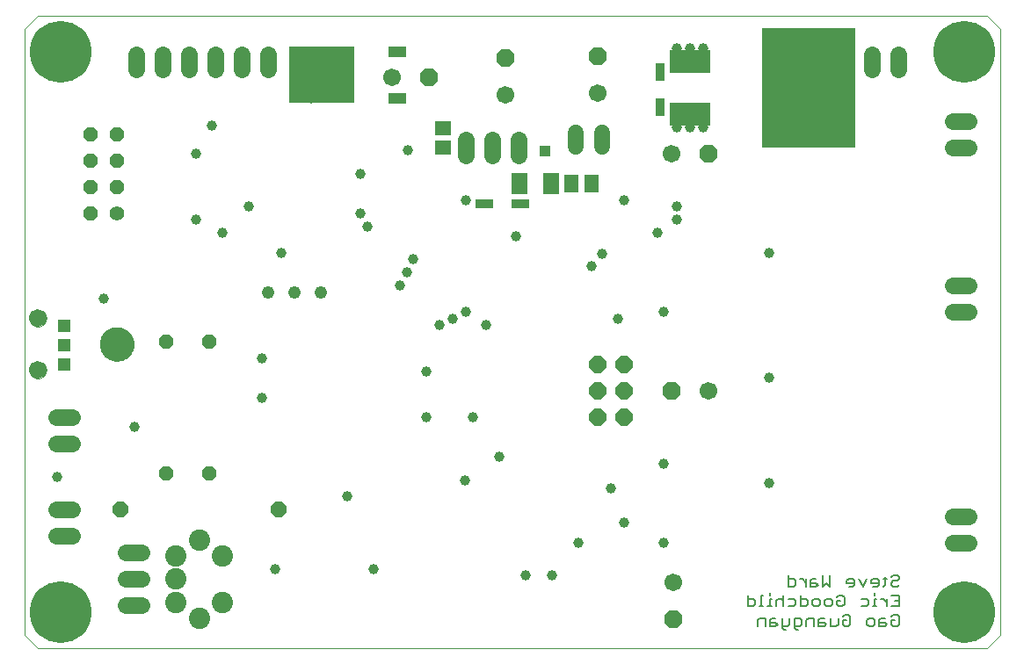
<source format=gbs>
G75*
%MOIN*%
%OFA0B0*%
%FSLAX24Y24*%
%IPPOS*%
%LPD*%
%AMOC8*
5,1,8,0,0,1.08239X$1,22.5*
%
%ADD10C,0.0000*%
%ADD11C,0.0070*%
%ADD12OC8,0.0560*%
%ADD13C,0.0560*%
%ADD14OC8,0.0600*%
%ADD15OC8,0.0640*%
%ADD16C,0.0640*%
%ADD17R,0.0516X0.0516*%
%ADD18C,0.0670*%
%ADD19C,0.1300*%
%ADD20C,0.0480*%
%ADD21C,0.0634*%
%ADD22OC8,0.0670*%
%ADD23C,0.0670*%
%ADD24C,0.0808*%
%ADD25R,0.1540X0.0860*%
%ADD26R,0.3540X0.4540*%
%ADD27R,0.2481X0.2166*%
%ADD28R,0.0670X0.0434*%
%ADD29R,0.0552X0.0670*%
%ADD30R,0.0631X0.0827*%
%ADD31R,0.0670X0.0355*%
%ADD32R,0.0631X0.0552*%
%ADD33C,0.2340*%
%ADD34C,0.0600*%
%ADD35R,0.0355X0.0670*%
%ADD36C,0.0396*%
%ADD37R,0.0396X0.0396*%
D10*
X005830Y001251D02*
X006330Y000751D01*
X042330Y000751D01*
X042830Y001251D01*
X042830Y024251D01*
X042330Y024751D01*
X006330Y024751D01*
X005830Y024251D01*
X005830Y001251D01*
X006031Y011306D02*
X006033Y011341D01*
X006039Y011376D01*
X006049Y011410D01*
X006062Y011443D01*
X006079Y011474D01*
X006100Y011502D01*
X006123Y011529D01*
X006150Y011552D01*
X006178Y011573D01*
X006209Y011590D01*
X006242Y011603D01*
X006276Y011613D01*
X006311Y011619D01*
X006346Y011621D01*
X006381Y011619D01*
X006416Y011613D01*
X006450Y011603D01*
X006483Y011590D01*
X006514Y011573D01*
X006542Y011552D01*
X006569Y011529D01*
X006592Y011502D01*
X006613Y011474D01*
X006630Y011443D01*
X006643Y011410D01*
X006653Y011376D01*
X006659Y011341D01*
X006661Y011306D01*
X006659Y011271D01*
X006653Y011236D01*
X006643Y011202D01*
X006630Y011169D01*
X006613Y011138D01*
X006592Y011110D01*
X006569Y011083D01*
X006542Y011060D01*
X006514Y011039D01*
X006483Y011022D01*
X006450Y011009D01*
X006416Y010999D01*
X006381Y010993D01*
X006346Y010991D01*
X006311Y010993D01*
X006276Y010999D01*
X006242Y011009D01*
X006209Y011022D01*
X006178Y011039D01*
X006150Y011060D01*
X006123Y011083D01*
X006100Y011110D01*
X006079Y011138D01*
X006062Y011169D01*
X006049Y011202D01*
X006039Y011236D01*
X006033Y011271D01*
X006031Y011306D01*
X006031Y013274D02*
X006033Y013309D01*
X006039Y013344D01*
X006049Y013378D01*
X006062Y013411D01*
X006079Y013442D01*
X006100Y013470D01*
X006123Y013497D01*
X006150Y013520D01*
X006178Y013541D01*
X006209Y013558D01*
X006242Y013571D01*
X006276Y013581D01*
X006311Y013587D01*
X006346Y013589D01*
X006381Y013587D01*
X006416Y013581D01*
X006450Y013571D01*
X006483Y013558D01*
X006514Y013541D01*
X006542Y013520D01*
X006569Y013497D01*
X006592Y013470D01*
X006613Y013442D01*
X006630Y013411D01*
X006643Y013378D01*
X006653Y013344D01*
X006659Y013309D01*
X006661Y013274D01*
X006659Y013239D01*
X006653Y013204D01*
X006643Y013170D01*
X006630Y013137D01*
X006613Y013106D01*
X006592Y013078D01*
X006569Y013051D01*
X006542Y013028D01*
X006514Y013007D01*
X006483Y012990D01*
X006450Y012977D01*
X006416Y012967D01*
X006381Y012961D01*
X006346Y012959D01*
X006311Y012961D01*
X006276Y012967D01*
X006242Y012977D01*
X006209Y012990D01*
X006178Y013007D01*
X006150Y013028D01*
X006123Y013051D01*
X006100Y013078D01*
X006079Y013106D01*
X006062Y013137D01*
X006049Y013170D01*
X006039Y013204D01*
X006033Y013239D01*
X006031Y013274D01*
X008708Y012290D02*
X008710Y012340D01*
X008716Y012390D01*
X008726Y012439D01*
X008740Y012487D01*
X008757Y012534D01*
X008778Y012579D01*
X008803Y012623D01*
X008831Y012664D01*
X008863Y012703D01*
X008897Y012740D01*
X008934Y012774D01*
X008974Y012804D01*
X009016Y012831D01*
X009060Y012855D01*
X009106Y012876D01*
X009153Y012892D01*
X009201Y012905D01*
X009251Y012914D01*
X009300Y012919D01*
X009351Y012920D01*
X009401Y012917D01*
X009450Y012910D01*
X009499Y012899D01*
X009547Y012884D01*
X009593Y012866D01*
X009638Y012844D01*
X009681Y012818D01*
X009722Y012789D01*
X009761Y012757D01*
X009797Y012722D01*
X009829Y012684D01*
X009859Y012644D01*
X009886Y012601D01*
X009909Y012557D01*
X009928Y012511D01*
X009944Y012463D01*
X009956Y012414D01*
X009964Y012365D01*
X009968Y012315D01*
X009968Y012265D01*
X009964Y012215D01*
X009956Y012166D01*
X009944Y012117D01*
X009928Y012069D01*
X009909Y012023D01*
X009886Y011979D01*
X009859Y011936D01*
X009829Y011896D01*
X009797Y011858D01*
X009761Y011823D01*
X009722Y011791D01*
X009681Y011762D01*
X009638Y011736D01*
X009593Y011714D01*
X009547Y011696D01*
X009499Y011681D01*
X009450Y011670D01*
X009401Y011663D01*
X009351Y011660D01*
X009300Y011661D01*
X009251Y011666D01*
X009201Y011675D01*
X009153Y011688D01*
X009106Y011704D01*
X009060Y011725D01*
X009016Y011749D01*
X008974Y011776D01*
X008934Y011806D01*
X008897Y011840D01*
X008863Y011877D01*
X008831Y011916D01*
X008803Y011957D01*
X008778Y012001D01*
X008757Y012046D01*
X008740Y012093D01*
X008726Y012141D01*
X008716Y012190D01*
X008710Y012240D01*
X008708Y012290D01*
D11*
X033260Y002766D02*
X033260Y002336D01*
X033475Y002336D01*
X033547Y002408D01*
X033547Y002551D01*
X033475Y002623D01*
X033260Y002623D01*
X033710Y002336D02*
X033854Y002336D01*
X033782Y002336D02*
X033782Y002766D01*
X033854Y002766D01*
X034089Y002766D02*
X034089Y002838D01*
X034089Y002623D02*
X034089Y002336D01*
X034161Y002336D02*
X034017Y002336D01*
X034089Y002623D02*
X034161Y002623D01*
X034334Y002551D02*
X034334Y002336D01*
X034334Y002551D02*
X034406Y002623D01*
X034550Y002623D01*
X034621Y002551D01*
X034795Y002623D02*
X035010Y002623D01*
X035082Y002551D01*
X035082Y002408D01*
X035010Y002336D01*
X034795Y002336D01*
X034621Y002336D02*
X034621Y002766D01*
X035255Y002766D02*
X035255Y002336D01*
X035470Y002336D01*
X035542Y002408D01*
X035542Y002551D01*
X035470Y002623D01*
X035255Y002623D01*
X035716Y002551D02*
X035716Y002408D01*
X035787Y002336D01*
X035931Y002336D01*
X036002Y002408D01*
X036002Y002551D01*
X035931Y002623D01*
X035787Y002623D01*
X035716Y002551D01*
X036176Y002551D02*
X036176Y002408D01*
X036248Y002336D01*
X036391Y002336D01*
X036463Y002408D01*
X036463Y002551D01*
X036391Y002623D01*
X036248Y002623D01*
X036176Y002551D01*
X036636Y002551D02*
X036636Y002408D01*
X036708Y002336D01*
X036852Y002336D01*
X036923Y002408D01*
X036923Y002694D01*
X036852Y002766D01*
X036708Y002766D01*
X036636Y002694D01*
X036636Y002551D02*
X036780Y002551D01*
X037557Y002623D02*
X037772Y002623D01*
X037844Y002551D01*
X037844Y002408D01*
X037772Y002336D01*
X037557Y002336D01*
X038007Y002336D02*
X038151Y002336D01*
X038079Y002336D02*
X038079Y002623D01*
X038151Y002623D01*
X038079Y002766D02*
X038079Y002838D01*
X038012Y003086D02*
X038156Y003086D01*
X038228Y003158D01*
X038228Y003301D01*
X038156Y003373D01*
X038012Y003373D01*
X037941Y003301D01*
X037941Y003229D01*
X038228Y003229D01*
X038391Y003086D02*
X038463Y003158D01*
X038463Y003444D01*
X038535Y003373D02*
X038391Y003373D01*
X038708Y003444D02*
X038780Y003516D01*
X038923Y003516D01*
X038995Y003444D01*
X038995Y003373D01*
X038923Y003301D01*
X038780Y003301D01*
X038708Y003229D01*
X038708Y003158D01*
X038780Y003086D01*
X038923Y003086D01*
X038995Y003158D01*
X038995Y002766D02*
X038708Y002766D01*
X038535Y002623D02*
X038535Y002336D01*
X038535Y002479D02*
X038391Y002623D01*
X038319Y002623D01*
X038708Y002336D02*
X038995Y002336D01*
X038995Y002766D01*
X038995Y002551D02*
X038852Y002551D01*
X038923Y002016D02*
X038995Y001944D01*
X038995Y001658D01*
X038923Y001586D01*
X038780Y001586D01*
X038708Y001658D01*
X038708Y001801D01*
X038852Y001801D01*
X038708Y001944D02*
X038780Y002016D01*
X038923Y002016D01*
X038463Y001873D02*
X038319Y001873D01*
X038248Y001801D01*
X038248Y001586D01*
X038463Y001586D01*
X038535Y001658D01*
X038463Y001729D01*
X038248Y001729D01*
X038074Y001658D02*
X038002Y001586D01*
X037859Y001586D01*
X037787Y001658D01*
X037787Y001801D01*
X037859Y001873D01*
X038002Y001873D01*
X038074Y001801D01*
X038074Y001658D01*
X037153Y001658D02*
X037082Y001586D01*
X036938Y001586D01*
X036867Y001658D01*
X036867Y001801D01*
X037010Y001801D01*
X037153Y001944D02*
X037153Y001658D01*
X037153Y001944D02*
X037082Y002016D01*
X036938Y002016D01*
X036867Y001944D01*
X036693Y001873D02*
X036693Y001658D01*
X036621Y001586D01*
X036406Y001586D01*
X036406Y001873D01*
X036161Y001873D02*
X036017Y001873D01*
X035946Y001801D01*
X035946Y001586D01*
X036161Y001586D01*
X036233Y001658D01*
X036161Y001729D01*
X035946Y001729D01*
X035772Y001586D02*
X035772Y001873D01*
X035557Y001873D01*
X035485Y001801D01*
X035485Y001586D01*
X035312Y001658D02*
X035312Y001801D01*
X035240Y001873D01*
X035025Y001873D01*
X035025Y001514D01*
X035097Y001442D01*
X035168Y001442D01*
X035240Y001586D02*
X035025Y001586D01*
X034851Y001658D02*
X034780Y001586D01*
X034565Y001586D01*
X034565Y001514D02*
X034636Y001442D01*
X034708Y001442D01*
X034565Y001514D02*
X034565Y001873D01*
X034319Y001873D02*
X034176Y001873D01*
X034104Y001801D01*
X034104Y001586D01*
X034319Y001586D01*
X034391Y001658D01*
X034319Y001729D01*
X034104Y001729D01*
X033931Y001586D02*
X033931Y001873D01*
X033715Y001873D01*
X033644Y001801D01*
X033644Y001586D01*
X034851Y001658D02*
X034851Y001873D01*
X035240Y001586D02*
X035312Y001658D01*
X035465Y003086D02*
X035465Y003373D01*
X035322Y003373D02*
X035250Y003373D01*
X035322Y003373D02*
X035465Y003229D01*
X035639Y003229D02*
X035854Y003229D01*
X035926Y003158D01*
X035854Y003086D01*
X035639Y003086D01*
X035639Y003301D01*
X035711Y003373D01*
X035854Y003373D01*
X036099Y003516D02*
X036099Y003086D01*
X036243Y003229D01*
X036386Y003086D01*
X036386Y003516D01*
X037020Y003301D02*
X037020Y003229D01*
X037307Y003229D01*
X037307Y003158D02*
X037307Y003301D01*
X037235Y003373D01*
X037092Y003373D01*
X037020Y003301D01*
X037092Y003086D02*
X037235Y003086D01*
X037307Y003158D01*
X037480Y003373D02*
X037624Y003086D01*
X037767Y003373D01*
X035082Y003301D02*
X035082Y003158D01*
X035010Y003086D01*
X034795Y003086D01*
X034795Y003516D01*
X034795Y003373D02*
X035010Y003373D01*
X035082Y003301D01*
D12*
X012830Y007376D03*
X011205Y007376D03*
X011205Y012376D03*
X012830Y012376D03*
X008330Y017251D03*
X008330Y018251D03*
X009330Y018251D03*
X009330Y019251D03*
X008330Y019251D03*
X008330Y020251D03*
X009330Y020251D03*
D13*
X009330Y017251D03*
D14*
X009455Y006001D03*
X015455Y006001D03*
D15*
X027580Y009501D03*
X028580Y009501D03*
X028580Y010501D03*
X027580Y010501D03*
X027580Y011501D03*
X028580Y011501D03*
D16*
X024580Y019451D02*
X024580Y020051D01*
X023580Y020051D02*
X023580Y019451D01*
X022580Y019451D02*
X022580Y020051D01*
X010255Y004376D02*
X009655Y004376D01*
X009655Y003376D02*
X010255Y003376D01*
X010255Y002376D02*
X009655Y002376D01*
D17*
X007330Y011503D03*
X007330Y012251D03*
X007330Y012999D03*
D18*
X006346Y013274D03*
X006346Y011306D03*
D19*
X009338Y012290D03*
D20*
X015080Y014251D03*
X016080Y014251D03*
X017080Y014251D03*
D21*
X007627Y009501D02*
X007033Y009501D01*
X007033Y008501D02*
X007627Y008501D01*
X007627Y006001D02*
X007033Y006001D01*
X007033Y005001D02*
X007627Y005001D01*
X010080Y022704D02*
X010080Y023298D01*
X011080Y023298D02*
X011080Y022704D01*
X012080Y022704D02*
X012080Y023298D01*
X013080Y023298D02*
X013080Y022704D01*
X014080Y022704D02*
X014080Y023298D01*
X015080Y023298D02*
X015080Y022704D01*
X037980Y022704D02*
X037980Y023298D01*
X038980Y023298D02*
X038980Y022704D01*
X041033Y020751D02*
X041627Y020751D01*
X041627Y019751D02*
X041033Y019751D01*
X041033Y014501D02*
X041627Y014501D01*
X041627Y013501D02*
X041033Y013501D01*
X041033Y005751D02*
X041627Y005751D01*
X041627Y004751D02*
X041033Y004751D01*
D22*
X030430Y001851D03*
X030380Y010501D03*
X031780Y019501D03*
X027580Y023201D03*
X024080Y023151D03*
X021180Y022426D03*
D23*
X019780Y022426D03*
X024080Y021751D03*
X027580Y021801D03*
X030380Y019501D03*
X031780Y010501D03*
X030430Y003251D03*
D24*
X013341Y002490D03*
X012455Y001899D03*
X011569Y002490D03*
X011569Y003376D03*
X011569Y004262D03*
X012455Y004852D03*
X013341Y004262D03*
D25*
X031080Y021001D03*
X031080Y023001D03*
D26*
X035580Y022001D03*
D27*
X017096Y022501D03*
D28*
X019970Y023398D03*
X019970Y021603D03*
D29*
X026581Y018376D03*
X027329Y018376D03*
D30*
X025796Y018376D03*
X024614Y018376D03*
D31*
X024624Y017626D03*
X023286Y017626D03*
D32*
X021705Y019752D03*
X021705Y020500D03*
D33*
X007205Y023376D03*
X041455Y023376D03*
X041455Y002126D03*
X007205Y002126D03*
D34*
X026730Y019771D02*
X026730Y020331D01*
X027730Y020331D02*
X027730Y019771D01*
D35*
X029930Y021282D03*
X029930Y022620D03*
D36*
X030580Y023501D03*
X031080Y023501D03*
X031580Y023501D03*
X031580Y020501D03*
X031080Y020501D03*
X030580Y020501D03*
X028580Y017751D03*
X030580Y017501D03*
X030580Y017001D03*
X029830Y016501D03*
X027730Y015701D03*
X027330Y015251D03*
X024455Y016376D03*
X022580Y017751D03*
X020380Y019651D03*
X018580Y018751D03*
X018580Y017251D03*
X018830Y016751D03*
X020580Y015501D03*
X020330Y015001D03*
X020080Y014501D03*
X022080Y013251D03*
X022580Y013501D03*
X023330Y013001D03*
X021580Y013001D03*
X021080Y011251D03*
X021080Y009501D03*
X022830Y009501D03*
X023830Y008001D03*
X022530Y007101D03*
X026830Y004751D03*
X028555Y005501D03*
X030080Y004751D03*
X028080Y006826D03*
X030080Y007751D03*
X034080Y007001D03*
X034080Y011001D03*
X030080Y013501D03*
X028330Y013251D03*
X034080Y015751D03*
X018080Y006501D03*
X019080Y003751D03*
X015330Y003751D03*
X007080Y007251D03*
X010010Y009141D03*
X014830Y010251D03*
X014830Y011751D03*
X008830Y014001D03*
X013330Y016501D03*
X012330Y017001D03*
X014330Y017501D03*
X015580Y015751D03*
X012330Y019501D03*
X012940Y020576D03*
X016705Y021626D03*
X024830Y003501D03*
X025830Y003501D03*
D37*
X025581Y019625D03*
M02*

</source>
